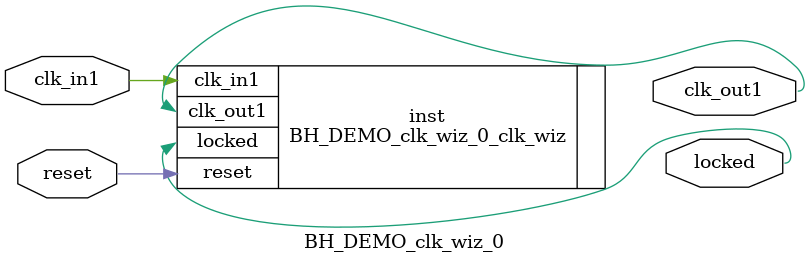
<source format=v>


`timescale 1ps/1ps

(* CORE_GENERATION_INFO = "BH_DEMO_clk_wiz_0,clk_wiz_v6_0_4_0_0,{component_name=BH_DEMO_clk_wiz_0,use_phase_alignment=true,use_min_o_jitter=false,use_max_i_jitter=false,use_dyn_phase_shift=false,use_inclk_switchover=false,use_dyn_reconfig=false,enable_axi=0,feedback_source=FDBK_AUTO,PRIMITIVE=MMCM,num_out_clk=1,clkin1_period=10.000,clkin2_period=10.000,use_power_down=false,use_reset=true,use_locked=true,use_inclk_stopped=false,feedback_type=SINGLE,CLOCK_MGR_TYPE=NA,manual_override=false}" *)

module BH_DEMO_clk_wiz_0 
 (
  // Clock out ports
  output        clk_out1,
  // Status and control signals
  input         reset,
  output        locked,
 // Clock in ports
  input         clk_in1
 );

  BH_DEMO_clk_wiz_0_clk_wiz inst
  (
  // Clock out ports  
  .clk_out1(clk_out1),
  // Status and control signals               
  .reset(reset), 
  .locked(locked),
 // Clock in ports
  .clk_in1(clk_in1)
  );

endmodule

</source>
